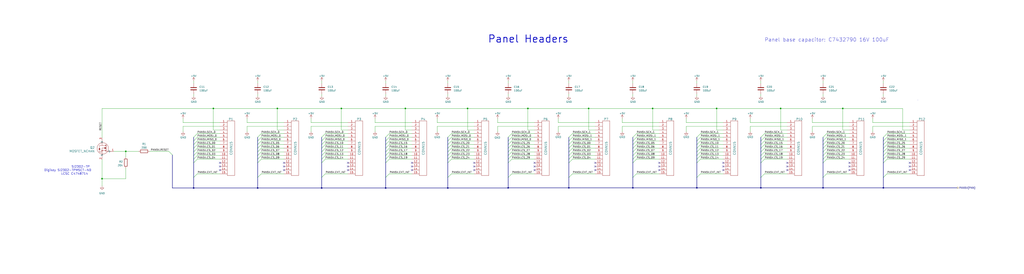
<source format=kicad_sch>
(kicad_sch (version 20230121) (generator eeschema)
  (paper "User" 711.2 190.5)
  (lib_symbols
    (symbol "Device:C" (pin_numbers hide) (pin_names (offset 0.254))
      (property "Reference" "C" (at 0.635 2.54 0))
      (property "Value" "C" (at 0.635 -2.54 0))
      (symbol "C_0_1"
        (polyline (pts (xy -2.032 -0.762) (xy 2.032 -0.762)) (stroke (width 0.508)))
        (polyline (pts (xy -2.032 0.762) (xy 2.032 0.762)) (stroke (width 0.508)))
      )
      (symbol "C_1_1"
        (pin passive line (at 0 3.81 270) (length 2.794) (name "~") (number "1"))
        (pin passive line (at 0 -3.81 90) (length 2.794) (name "~") (number "2"))
      )
    )
    (symbol "Device:R" (pin_numbers hide) (pin_names (offset 0))
      (property "Reference" "R" (at 2.032 0 90))
      (property "Value" "R" (at 0 0 90))
      (symbol "R_0_1"
        (rectangle (start -1.016 -2.54) (end 1.016 2.54) (stroke (width 0.254)))
      )
      (symbol "R_1_1"
        (pin passive line (at 0 3.81 270) (length 1.27) (name "~") (number "1"))
        (pin passive line (at 0 -3.81 90) (length 1.27) (name "~") (number "2"))
      )
    )
    (symbol "arena_custom:CONN15" (pin_names (offset 1.016))
      (property "Reference" "P" (at -17.78 6.35 0))
      (property "Value" "CONN15" (at 13.97 6.35 0))
      (symbol "CONN15_0_1"
        (rectangle (start -19.05 5.08) (end 19.05 0))
      )
      (symbol "CONN15_1_1"
        (pin passive line (at -17.78 -5.08 90) (length 5.08) (name "~") (number "1"))
        (pin passive line (at 5.08 -5.08 90) (length 5.08) (name "~") (number "10"))
        (pin passive line (at 7.62 -5.08 90) (length 5.08) (name "~") (number "11"))
        (pin passive line (at 10.16 -5.08 90) (length 5.08) (name "~") (number "12"))
        (pin passive line (at 12.7 -5.08 90) (length 5.08) (name "~") (number "13"))
        (pin passive line (at 15.24 -5.08 90) (length 5.08) (name "~") (number "14"))
        (pin passive line (at 17.78 -5.08 90) (length 5.08) (name "~") (number "15"))
        (pin passive line (at -15.24 -5.08 90) (length 5.08) (name "~") (number "2"))
        (pin passive line (at -12.7 -5.08 90) (length 5.08) (name "~") (number "3"))
        (pin passive line (at -10.16 -5.08 90) (length 5.08) (name "~") (number "4"))
        (pin passive line (at -7.62 -5.08 90) (length 5.08) (name "~") (number "5"))
        (pin passive line (at -5.08 -5.08 90) (length 5.08) (name "~") (number "6"))
        (pin passive line (at -2.54 -5.08 90) (length 5.08) (name "~") (number "7"))
        (pin passive line (at 0 -5.08 90) (length 5.08) (name "~") (number "8"))
        (pin passive line (at 2.54 -5.08 90) (length 5.08) (name "~") (number "9"))
      )
    )
    (symbol "arena_custom:MOSFET_NCHAN" (pin_names (offset 1.016))
      (property "Reference" "Q" (at -4.826 6.35 0))
      (property "Value" "MOSFET_NCHAN" (at 0.381 -7.62 0))
      (symbol "MOSFET_NCHAN_0_1"
        (circle (center -0.508 2.032) (radius 3.9624))
        (polyline (pts (xy -6.858 0) (xy -5.842 0)))
        (polyline (pts (xy -2.54 0) (xy -2.54 1.016)) (stroke (width 0.254)))
        (polyline (pts (xy -2.54 1.778) (xy -2.54 2.794)) (stroke (width 0.254)))
        (polyline (pts (xy -2.54 3.556) (xy -2.54 4.572)) (stroke (width 0.254)))
        (polyline (pts (xy -0.254 4.064) (xy -2.54 4.064)))
        (polyline (pts (xy 0 -4.318) (xy 0 -1.524)))
        (polyline (pts (xy 0 0.508) (xy 0 -1.524)))
        (polyline (pts (xy 0 8.255) (xy 0 4.064)))
        (polyline (pts (xy 1.27 2.032) (xy 2.286 2.032)))
        (polyline (pts (xy -6.096 0) (xy -3.048 0) (xy -3.048 4.572)))
        (polyline (pts (xy -2.54 0.508) (xy 0 0.508) (xy 0 2.286) (xy -1.778 2.286)))
        (polyline (pts (xy -2.54 2.286) (xy -1.778 2.794) (xy -1.778 1.778) (xy -2.54 2.286)) (fill (type outline)))
        (polyline (pts (xy 0 -0.508) (xy 1.778 -0.508) (xy 1.778 4.064) (xy -0.254 4.064)))
        (polyline (pts (xy 1.778 2.032) (xy 1.27 1.27) (xy 2.286 1.27) (xy 1.778 2.032)) (fill (type outline)))
        (circle (center 0 0.508) (radius 0.254) (fill (type outline)))
      )
      (symbol "MOSFET_NCHAN_1_1"
        (pin input line (at -8.128 0 0) (length 1.27) (name "G") (number "1"))
        (pin input line (at 0 -5.588 90) (length 1.27) (name "S") (number "2"))
        (pin input line (at 0 9.525 270) (length 1.27) (name "D") (number "3"))
      )
    )
    (symbol "power:+5V" (power) (pin_names (offset 0))
      (property "Value" "+5V" (at 0 3.556 0))
      (symbol "+5V_0_1"
        (polyline (pts (xy -0.762 1.27) (xy 0 2.54)))
        (polyline (pts (xy 0 0) (xy 0 2.54)))
        (polyline (pts (xy 0 2.54) (xy 0.762 1.27)))
      )
      (symbol "+5V_1_1"
        (pin power_in line (at 0 0 90) (length 0) hide (name "+5V") (number "1"))
      )
    )
    (symbol "power:GND" (power) (pin_names (offset 0))
      (property "Value" "GND" (at 0 -3.81 0))
      (symbol "GND_0_1"
        (polyline (pts (xy 0 0) (xy 0 -1.27) (xy 1.27 -1.27) (xy 0 -2.54) (xy -1.27 -1.27) (xy 0 -1.27)))
      )
      (symbol "GND_1_1"
        (pin power_in line (at 0 0 270) (length 0) hide (name "GND") (number "1"))
      )
    )
  )
  (bus_alias "PAN" (members "RESET" "SCK_0" "MOSI_0" "MISO_0" "SCK_1" "MOSI_1" "MISO_1" "CS_00" "CS_01" "CS_02" "CS_03" "CS_04" "CS_05" "CS_06" "CS_07" "CS_08" "CS_09" "CS_10" "CS_11" "CS_12" "CS_13" "CS_14" "CS_15" "CS_16" "CS_17" "CS_18" "CS_19" "CS_20" "CS_21" "CS_22" "CS_23" "CS_24" "CS_25" "CS_26" "CS_27" "CS_28" "CS_29" "EXT_INT"))
  (junction (at 439.547 130.683))
  (junction (at 324.739 75.438))
  (junction (at 483.997 130.683))
  (junction (at 395.097 130.683))
  (junction (at 70.866 124.333))
  (junction (at 223.393 130.81))
  (junction (at 571.627 130.683))
  (junction (at 148.209 75.438))
  (junction (at 87.376 105.283))
  (junction (at 528.447 130.683))
  (junction (at 192.659 75.438))
  (junction (at 453.263 75.438))
  (junction (at 178.943 130.81))
  (junction (at 585.343 75.438))
  (junction (at 281.559 75.438))
  (junction (at 497.713 75.438))
  (junction (at 352.933 130.683))
  (junction (at 542.163 75.438))
  (junction (at 134.493 130.81))
  (junction (at 366.649 75.438))
  (junction (at 237.109 75.438))
  (junction (at 613.537 130.683))
  (junction (at 408.813 75.438))
  (junction (at 267.843 130.81))
  (junction (at 311.023 130.81))
  (no_connect (at 152.781 115.824))
  (no_connect (at 631.825 118.364))
  (no_connect (at 589.915 113.284))
  (no_connect (at 631.825 113.284))
  (no_connect (at 329.311 118.364))
  (no_connect (at 502.285 118.364))
  (no_connect (at 589.915 118.364))
  (no_connect (at 329.311 115.824))
  (no_connect (at 413.385 113.284))
  (no_connect (at 457.835 118.364))
  (no_connect (at 197.231 115.824))
  (no_connect (at 241.681 118.364))
  (no_connect (at 546.735 118.364))
  (no_connect (at 589.915 115.824))
  (no_connect (at 152.781 118.364))
  (no_connect (at 371.221 113.284))
  (no_connect (at 457.835 115.824))
  (no_connect (at 197.231 113.284))
  (no_connect (at 241.681 113.284))
  (no_connect (at 546.735 115.824))
  (no_connect (at 371.221 115.824))
  (no_connect (at 631.825 115.824))
  (no_connect (at 502.285 113.284))
  (no_connect (at 502.285 115.824))
  (no_connect (at 241.681 115.824))
  (no_connect (at 457.835 113.284))
  (no_connect (at 286.131 115.824))
  (no_connect (at 546.735 113.284))
  (no_connect (at 413.385 115.824))
  (no_connect (at 413.385 118.364))
  (no_connect (at 152.781 113.284))
  (no_connect (at 197.231 118.364))
  (no_connect (at 286.131 118.364))
  (no_connect (at 371.221 118.364))
  (no_connect (at 286.131 113.284))
  (no_connect (at 329.311 113.284))
  (bus_entry (at 571.627 103.124) (size 2.54 -2.54))
  (bus_entry (at 395.097 98.044) (size 2.54 -2.54))
  (bus_entry (at 311.023 95.504) (size 2.54 -2.54))
  (bus_entry (at 613.537 100.584) (size 2.54 -2.54))
  (bus_entry (at 483.997 113.284) (size 2.54 -2.54))
  (bus_entry (at 613.537 103.124) (size 2.54 -2.54))
  (bus_entry (at 352.933 105.664) (size 2.54 -2.54))
  (bus_entry (at 178.943 100.584) (size 2.54 -2.54))
  (bus_entry (at 267.843 113.284) (size 2.54 -2.54))
  (bus_entry (at 528.447 110.744) (size 2.54 -2.54))
  (bus_entry (at 134.493 100.584) (size 2.54 -2.54))
  (bus_entry (at 223.393 105.664) (size 2.54 -2.54))
  (bus_entry (at 223.393 113.284) (size 2.54 -2.54))
  (bus_entry (at 571.627 123.444) (size 2.54 -2.54))
  (bus_entry (at 134.493 95.504) (size 2.54 -2.54))
  (bus_entry (at 483.997 105.664) (size 2.54 -2.54))
  (bus_entry (at 613.537 95.504) (size 2.54 -2.54))
  (bus_entry (at 178.943 108.204) (size 2.54 -2.54))
  (bus_entry (at 528.447 98.044) (size 2.54 -2.54))
  (bus_entry (at 267.843 105.664) (size 2.54 -2.54))
  (bus_entry (at 178.943 110.744) (size 2.54 -2.54))
  (bus_entry (at 483.997 95.504) (size 2.54 -2.54))
  (bus_entry (at 439.547 113.284) (size 2.54 -2.54))
  (bus_entry (at 352.933 95.504) (size 2.54 -2.54))
  (bus_entry (at 352.933 100.584) (size 2.54 -2.54))
  (bus_entry (at 352.933 108.204) (size 2.54 -2.54))
  (bus_entry (at 395.097 103.124) (size 2.54 -2.54))
  (bus_entry (at 439.547 100.584) (size 2.54 -2.54))
  (bus_entry (at 223.393 95.504) (size 2.54 -2.54))
  (bus_entry (at 311.023 108.204) (size 2.54 -2.54))
  (bus_entry (at 134.493 110.744) (size 2.54 -2.54))
  (bus_entry (at 178.943 113.284) (size 2.54 -2.54))
  (bus_entry (at 483.997 100.584) (size 2.54 -2.54))
  (bus_entry (at 223.393 108.204) (size 2.54 -2.54))
  (bus_entry (at 395.097 110.744) (size 2.54 -2.54))
  (bus_entry (at 352.933 123.444) (size 2.54 -2.54))
  (bus_entry (at 571.627 110.744) (size 2.54 -2.54))
  (bus_entry (at 267.843 95.504) (size 2.54 -2.54))
  (bus_entry (at 223.393 103.124) (size 2.54 -2.54))
  (bus_entry (at 395.097 113.284) (size 2.54 -2.54))
  (bus_entry (at 483.997 110.744) (size 2.54 -2.54))
  (bus_entry (at 395.097 108.204) (size 2.54 -2.54))
  (bus_entry (at 178.943 123.444) (size 2.54 -2.54))
  (bus_entry (at 223.393 100.584) (size 2.54 -2.54))
  (bus_entry (at 119.761 107.823) (size -2.54 -2.54))
  (bus_entry (at 483.997 123.444) (size 2.54 -2.54))
  (bus_entry (at 571.627 98.044) (size 2.54 -2.54))
  (bus_entry (at 311.023 110.744) (size 2.54 -2.54))
  (bus_entry (at 311.023 123.444) (size 2.54 -2.54))
  (bus_entry (at 352.933 98.044) (size 2.54 -2.54))
  (bus_entry (at 439.547 108.204) (size 2.54 -2.54))
  (bus_entry (at 267.843 108.204) (size 2.54 -2.54))
  (bus_entry (at 352.933 113.284) (size 2.54 -2.54))
  (bus_entry (at 613.537 98.044) (size 2.54 -2.54))
  (bus_entry (at 223.393 110.744) (size 2.54 -2.54))
  (bus_entry (at 613.537 123.444) (size 2.54 -2.54))
  (bus_entry (at 439.547 95.504) (size 2.54 -2.54))
  (bus_entry (at 483.997 98.044) (size 2.54 -2.54))
  (bus_entry (at 134.493 98.044) (size 2.54 -2.54))
  (bus_entry (at 311.023 113.284) (size 2.54 -2.54))
  (bus_entry (at 267.843 100.584) (size 2.54 -2.54))
  (bus_entry (at 528.447 108.204) (size 2.54 -2.54))
  (bus_entry (at 134.493 105.664) (size 2.54 -2.54))
  (bus_entry (at 352.933 110.744) (size 2.54 -2.54))
  (bus_entry (at 613.537 113.284) (size 2.54 -2.54))
  (bus_entry (at 352.933 103.124) (size 2.54 -2.54))
  (bus_entry (at 439.547 103.124) (size 2.54 -2.54))
  (bus_entry (at 571.627 113.284) (size 2.54 -2.54))
  (bus_entry (at 528.447 113.284) (size 2.54 -2.54))
  (bus_entry (at 571.627 105.664) (size 2.54 -2.54))
  (bus_entry (at 178.943 98.044) (size 2.54 -2.54))
  (bus_entry (at 483.997 108.204) (size 2.54 -2.54))
  (bus_entry (at 178.943 105.664) (size 2.54 -2.54))
  (bus_entry (at 395.097 123.444) (size 2.54 -2.54))
  (bus_entry (at 267.843 103.124) (size 2.54 -2.54))
  (bus_entry (at 267.843 110.744) (size 2.54 -2.54))
  (bus_entry (at 528.447 103.124) (size 2.54 -2.54))
  (bus_entry (at 134.493 103.124) (size 2.54 -2.54))
  (bus_entry (at 223.393 123.444) (size 2.54 -2.54))
  (bus_entry (at 311.023 105.664) (size 2.54 -2.54))
  (bus_entry (at 483.997 103.124) (size 2.54 -2.54))
  (bus_entry (at 571.627 108.204) (size 2.54 -2.54))
  (bus_entry (at 613.537 110.744) (size 2.54 -2.54))
  (bus_entry (at 134.493 113.284) (size 2.54 -2.54))
  (bus_entry (at 134.493 108.204) (size 2.54 -2.54))
  (bus_entry (at 439.547 105.664) (size 2.54 -2.54))
  (bus_entry (at 178.943 103.124) (size 2.54 -2.54))
  (bus_entry (at 439.547 98.044) (size 2.54 -2.54))
  (bus_entry (at 571.627 95.504) (size 2.54 -2.54))
  (bus_entry (at 267.843 123.444) (size 2.54 -2.54))
  (bus_entry (at 223.393 98.044) (size 2.54 -2.54))
  (bus_entry (at 528.447 123.444) (size 2.54 -2.54))
  (bus_entry (at 311.023 100.584) (size 2.54 -2.54))
  (bus_entry (at 134.493 123.444) (size 2.54 -2.54))
  (bus_entry (at 395.097 100.584) (size 2.54 -2.54))
  (bus_entry (at 528.447 95.504) (size 2.54 -2.54))
  (bus_entry (at 395.097 95.504) (size 2.54 -2.54))
  (bus_entry (at 439.547 110.744) (size 2.54 -2.54))
  (bus_entry (at 613.537 108.204) (size 2.54 -2.54))
  (bus_entry (at 528.447 105.664) (size 2.54 -2.54))
  (bus_entry (at 311.023 98.044) (size 2.54 -2.54))
  (bus_entry (at 613.537 105.664) (size 2.54 -2.54))
  (bus_entry (at 267.843 98.044) (size 2.54 -2.54))
  (bus_entry (at 178.943 95.504) (size 2.54 -2.54))
  (bus_entry (at 439.547 123.444) (size 2.54 -2.54))
  (bus_entry (at 395.097 105.664) (size 2.54 -2.54))
  (bus_entry (at 571.627 100.584) (size 2.54 -2.54))
  (bus_entry (at 311.023 103.124) (size 2.54 -2.54))
  (bus_entry (at 528.447 100.584) (size 2.54 -2.54))
  (wire (pts (xy 192.659 90.424) (xy 192.659 75.438)))
  (wire (pts (xy 574.167 110.744) (xy 589.915 110.744)))
  (bus (pts (xy 267.843 130.81) (xy 311.023 130.81)))
  (bus (pts (xy 178.943 130.81) (xy 223.393 130.81)))
  (wire (pts (xy 313.563 108.204) (xy 329.311 108.204)))
  (bus (pts (xy 119.761 107.823) (xy 119.761 130.81)))
  (wire (pts (xy 606.171 87.884) (xy 631.825 87.884)))
  (wire (pts (xy 345.567 85.344) (xy 371.221 85.344)))
  (bus (pts (xy 267.843 130.81) (xy 267.843 123.444)))
  (wire (pts (xy 542.163 90.424) (xy 542.163 75.438)))
  (wire (pts (xy 564.261 87.884) (xy 564.261 91.694)))
  (wire (pts (xy 442.087 108.204) (xy 457.835 108.204)))
  (bus (pts (xy 134.493 98.044) (xy 134.493 100.584)))
  (wire (pts (xy 486.537 103.124) (xy 502.285 103.124)))
  (bus (pts (xy 439.547 103.124) (xy 439.547 105.664)))
  (bus (pts (xy 483.997 103.124) (xy 483.997 105.664)))
  (wire (pts (xy 117.221 105.283) (xy 103.886 105.283)))
  (bus (pts (xy 223.393 105.664) (xy 223.393 108.204)))
  (wire (pts (xy 216.027 82.423) (xy 216.027 85.344)))
  (bus (pts (xy 613.537 100.584) (xy 613.537 103.124)))
  (bus (pts (xy 178.943 110.744) (xy 178.943 113.284)))
  (bus (pts (xy 483.997 95.504) (xy 483.997 98.044)))
  (wire (pts (xy 270.383 110.744) (xy 286.131 110.744)))
  (bus (pts (xy 571.627 100.584) (xy 571.627 103.124)))
  (bus (pts (xy 134.493 110.744) (xy 134.493 113.284)))
  (bus (pts (xy 571.627 123.444) (xy 571.627 113.284)))
  (wire (pts (xy 442.087 98.044) (xy 457.835 98.044)))
  (bus (pts (xy 311.023 98.044) (xy 311.023 100.584)))
  (bus (pts (xy 395.097 123.444) (xy 395.097 130.683)))
  (wire (pts (xy 303.657 87.884) (xy 303.657 91.694)))
  (bus (pts (xy 395.097 113.284) (xy 395.097 123.444)))
  (wire (pts (xy 260.477 87.884) (xy 260.477 91.694)))
  (bus (pts (xy 528.447 108.204) (xy 528.447 110.744)))
  (wire (pts (xy 486.537 92.964) (xy 502.285 92.964)))
  (bus (pts (xy 352.933 95.504) (xy 352.933 98.044)))
  (bus (pts (xy 223.393 130.81) (xy 223.393 123.444)))
  (wire (pts (xy 574.167 95.504) (xy 589.915 95.504)))
  (wire (pts (xy 137.033 110.744) (xy 152.781 110.744)))
  (bus (pts (xy 528.447 123.444) (xy 528.447 113.284)))
  (bus (pts (xy 528.447 98.044) (xy 528.447 100.584)))
  (wire (pts (xy 313.563 120.904) (xy 329.311 120.904)))
  (wire (pts (xy 313.563 105.664) (xy 329.311 105.664)))
  (wire (pts (xy 486.537 95.504) (xy 502.285 95.504)))
  (wire (pts (xy 70.866 124.333) (xy 70.866 129.413)))
  (bus (pts (xy 267.843 108.204) (xy 267.843 110.744)))
  (wire (pts (xy 371.221 90.424) (xy 366.649 90.424)))
  (bus (pts (xy 395.097 103.124) (xy 395.097 105.664)))
  (wire (pts (xy 286.131 90.424) (xy 281.559 90.424)))
  (bus (pts (xy 439.547 95.504) (xy 439.547 98.044)))
  (wire (pts (xy 216.027 85.344) (xy 241.681 85.344)))
  (wire (pts (xy 137.033 95.504) (xy 152.781 95.504)))
  (wire (pts (xy 453.263 90.424) (xy 453.263 75.438)))
  (wire (pts (xy 225.933 92.964) (xy 241.681 92.964)))
  (bus (pts (xy 352.933 130.683) (xy 395.097 130.683)))
  (wire (pts (xy 270.383 108.204) (xy 286.131 108.204)))
  (wire (pts (xy 303.657 85.344) (xy 329.311 85.344)))
  (bus (pts (xy 311.023 105.664) (xy 311.023 108.204)))
  (wire (pts (xy 355.473 105.664) (xy 371.221 105.664)))
  (wire (pts (xy 397.637 108.204) (xy 413.385 108.204)))
  (wire (pts (xy 303.657 82.423) (xy 303.657 85.344)))
  (bus (pts (xy 483.997 130.683) (xy 528.447 130.683)))
  (wire (pts (xy 616.077 108.204) (xy 631.825 108.204)))
  (wire (pts (xy 137.033 92.964) (xy 152.781 92.964)))
  (wire (pts (xy 223.52 56.388) (xy 223.52 57.912)))
  (bus (pts (xy 178.943 113.284) (xy 178.943 123.444)))
  (wire (pts (xy 324.739 75.438) (xy 366.649 75.438)))
  (wire (pts (xy 345.567 87.884) (xy 371.221 87.884)))
  (bus (pts (xy 439.547 130.683) (xy 483.997 130.683)))
  (wire (pts (xy 616.077 92.964) (xy 631.825 92.964)))
  (wire (pts (xy 571.627 56.388) (xy 571.627 57.912)))
  (wire (pts (xy 476.631 82.423) (xy 476.631 85.344)))
  (wire (pts (xy 530.987 100.584) (xy 546.735 100.584)))
  (wire (pts (xy 442.087 95.504) (xy 457.835 95.504)))
  (wire (pts (xy 181.483 108.204) (xy 197.231 108.204)))
  (wire (pts (xy 137.033 105.664) (xy 152.781 105.664)))
  (wire (pts (xy 530.987 92.964) (xy 546.735 92.964)))
  (bus (pts (xy 267.843 100.584) (xy 267.843 103.124)))
  (wire (pts (xy 134.493 65.532) (xy 134.493 66.929)))
  (wire (pts (xy 397.637 100.584) (xy 413.385 100.584)))
  (wire (pts (xy 476.631 87.884) (xy 476.631 91.694)))
  (wire (pts (xy 345.567 82.423) (xy 345.567 85.344)))
  (bus (pts (xy 311.023 123.444) (xy 311.023 113.284)))
  (wire (pts (xy 192.659 75.438) (xy 237.109 75.438)))
  (wire (pts (xy 260.477 85.344) (xy 286.131 85.344)))
  (bus (pts (xy 223.393 100.584) (xy 223.393 103.124)))
  (bus (pts (xy 395.097 110.744) (xy 395.097 113.284)))
  (wire (pts (xy 281.559 90.424) (xy 281.559 75.438)))
  (wire (pts (xy 137.033 98.044) (xy 152.781 98.044)))
  (wire (pts (xy 530.987 95.504) (xy 546.735 95.504)))
  (bus (pts (xy 613.537 130.683) (xy 664.591 130.683)))
  (wire (pts (xy 181.483 110.744) (xy 197.231 110.744)))
  (wire (pts (xy 171.577 82.423) (xy 171.577 85.344)))
  (bus (pts (xy 528.447 123.444) (xy 528.447 130.683)))
  (wire (pts (xy 486.537 108.204) (xy 502.285 108.204)))
  (wire (pts (xy 453.263 75.438) (xy 497.713 75.438)))
  (bus (pts (xy 439.547 113.284) (xy 439.547 123.444)))
  (bus (pts (xy 352.933 105.664) (xy 352.933 108.204)))
  (wire (pts (xy 530.987 98.044) (xy 546.735 98.044)))
  (wire (pts (xy 574.167 108.204) (xy 589.915 108.204)))
  (wire (pts (xy 387.731 82.423) (xy 387.731 85.344)))
  (bus (pts (xy 395.097 100.584) (xy 395.097 103.124)))
  (bus (pts (xy 395.097 105.664) (xy 395.097 108.204)))
  (wire (pts (xy 216.027 87.884) (xy 241.681 87.884)))
  (wire (pts (xy 237.109 90.424) (xy 237.109 75.438)))
  (wire (pts (xy 355.473 110.744) (xy 371.221 110.744)))
  (wire (pts (xy 352.933 65.532) (xy 352.933 66.929)))
  (wire (pts (xy 137.033 100.584) (xy 152.781 100.584)))
  (wire (pts (xy 355.473 98.044) (xy 371.221 98.044)))
  (wire (pts (xy 181.483 100.584) (xy 197.231 100.584)))
  (wire (pts (xy 134.493 56.388) (xy 134.493 57.912)))
  (wire (pts (xy 574.167 98.044) (xy 589.915 98.044)))
  (wire (pts (xy 546.735 90.424) (xy 542.163 90.424)))
  (bus (pts (xy 223.393 110.744) (xy 223.393 113.284)))
  (wire (pts (xy 313.563 98.044) (xy 329.311 98.044)))
  (bus (pts (xy 613.537 123.444) (xy 613.537 130.683)))
  (bus (pts (xy 528.447 105.664) (xy 528.447 108.204)))
  (bus (pts (xy 178.943 105.664) (xy 178.943 108.204)))
  (bus (pts (xy 395.097 98.044) (xy 395.097 100.584)))
  (bus (pts (xy 352.933 123.444) (xy 352.933 113.284)))
  (polyline (pts (xy 637.54 69.596) (xy 637.54 69.723)))
  (bus (pts (xy 223.393 95.504) (xy 223.393 98.044)))
  (wire (pts (xy 528.447 65.532) (xy 528.447 66.929)))
  (bus (pts (xy 613.537 95.504) (xy 613.537 98.044)))
  (bus (pts (xy 134.493 103.124) (xy 134.493 105.664)))
  (bus (pts (xy 528.447 100.584) (xy 528.447 103.124)))
  (wire (pts (xy 574.167 100.584) (xy 589.915 100.584)))
  (bus (pts (xy 223.393 123.444) (xy 223.393 113.284)))
  (wire (pts (xy 571.627 65.532) (xy 571.627 66.929)))
  (wire (pts (xy 225.933 98.044) (xy 241.681 98.044)))
  (bus (pts (xy 134.493 108.204) (xy 134.493 110.744)))
  (wire (pts (xy 585.343 75.438) (xy 626.872 75.438)))
  (wire (pts (xy 486.537 120.904) (xy 502.285 120.904)))
  (bus (pts (xy 483.997 113.284) (xy 483.997 123.444)))
  (wire (pts (xy 613.537 56.388) (xy 613.537 57.912)))
  (wire (pts (xy 270.383 103.124) (xy 286.131 103.124)))
  (bus (pts (xy 395.097 95.504) (xy 395.097 98.044)))
  (wire (pts (xy 616.077 98.044) (xy 631.825 98.044)))
  (bus (pts (xy 613.537 123.444) (xy 613.537 113.284)))
  (wire (pts (xy 457.835 90.424) (xy 453.263 90.424)))
  (bus (pts (xy 352.933 100.584) (xy 352.933 103.124)))
  (wire (pts (xy 352.933 56.388) (xy 352.933 57.912)))
  (bus (pts (xy 571.627 103.124) (xy 571.627 105.664)))
  (wire (pts (xy 432.181 87.884) (xy 457.835 87.884)))
  (wire (pts (xy 521.081 82.423) (xy 521.081 85.344)))
  (wire (pts (xy 387.731 85.344) (xy 413.385 85.344)))
  (wire (pts (xy 313.563 95.504) (xy 329.311 95.504)))
  (bus (pts (xy 267.843 123.444) (xy 267.843 113.284)))
  (wire (pts (xy 127.127 85.344) (xy 152.781 85.344)))
  (wire (pts (xy 87.376 105.283) (xy 78.994 105.283)))
  (bus (pts (xy 352.933 130.81) (xy 352.933 130.683)))
  (wire (pts (xy 137.033 120.904) (xy 152.781 120.904)))
  (bus (pts (xy 134.493 123.444) (xy 134.493 130.81)))
  (bus (pts (xy 352.933 108.204) (xy 352.933 110.744)))
  (wire (pts (xy 486.537 100.584) (xy 502.285 100.584)))
  (wire (pts (xy 260.477 87.884) (xy 286.131 87.884)))
  (wire (pts (xy 137.033 103.124) (xy 152.781 103.124)))
  (wire (pts (xy 241.681 90.424) (xy 237.109 90.424)))
  (wire (pts (xy 574.167 105.664) (xy 589.915 105.664)))
  (wire (pts (xy 181.483 120.904) (xy 197.231 120.904)))
  (bus (pts (xy 352.933 98.044) (xy 352.933 100.584)))
  (wire (pts (xy 542.163 75.438) (xy 585.343 75.438)))
  (bus (pts (xy 352.933 103.124) (xy 352.933 105.664)))
  (wire (pts (xy 486.537 110.744) (xy 502.285 110.744)))
  (bus (pts (xy 267.843 105.664) (xy 267.843 108.204)))
  (bus (pts (xy 178.943 108.204) (xy 178.943 110.744)))
  (bus (pts (xy 134.493 100.584) (xy 134.493 103.124)))
  (wire (pts (xy 366.649 90.424) (xy 366.649 75.438)))
  (wire (pts (xy 355.473 100.584) (xy 371.221 100.584)))
  (bus (pts (xy 311.023 108.204) (xy 311.023 110.744)))
  (wire (pts (xy 616.077 95.504) (xy 631.825 95.504)))
  (wire (pts (xy 476.631 87.884) (xy 502.285 87.884)))
  (bus (pts (xy 528.447 103.124) (xy 528.447 105.664)))
  (wire (pts (xy 355.473 103.124) (xy 371.221 103.124)))
  (wire (pts (xy 70.866 110.871) (xy 70.866 124.333)))
  (wire (pts (xy 589.915 90.424) (xy 585.343 90.424)))
  (wire (pts (xy 442.087 92.964) (xy 457.835 92.964)))
  (wire (pts (xy 528.447 56.388) (xy 528.447 57.912)))
  (bus (pts (xy 439.547 110.744) (xy 439.547 113.284)))
  (bus (pts (xy 528.447 110.744) (xy 528.447 113.284)))
  (wire (pts (xy 564.261 85.344) (xy 589.915 85.344)))
  (wire (pts (xy 521.081 85.344) (xy 546.735 85.344)))
  (wire (pts (xy 171.577 87.884) (xy 197.231 87.884)))
  (wire (pts (xy 616.077 105.664) (xy 631.825 105.664)))
  (wire (pts (xy 408.813 75.438) (xy 453.263 75.438)))
  (bus (pts (xy 439.547 98.044) (xy 439.547 100.584)))
  (bus (pts (xy 134.493 130.81) (xy 178.943 130.81)))
  (wire (pts (xy 313.563 100.584) (xy 329.311 100.584)))
  (wire (pts (xy 574.167 92.964) (xy 589.915 92.964)))
  (wire (pts (xy 397.637 95.504) (xy 413.385 95.504)))
  (wire (pts (xy 606.171 87.884) (xy 606.171 91.694)))
  (wire (pts (xy 521.081 87.884) (xy 521.081 91.694)))
  (wire (pts (xy 270.383 105.664) (xy 286.131 105.664)))
  (wire (pts (xy 223.52 65.532) (xy 223.52 66.929)))
  (wire (pts (xy 521.081 87.884) (xy 546.735 87.884)))
  (bus (pts (xy 178.943 100.584) (xy 178.943 103.124)))
  (wire (pts (xy 616.077 103.124) (xy 631.825 103.124)))
  (bus (pts (xy 528.447 130.683) (xy 571.627 130.683)))
  (wire (pts (xy 181.483 92.964) (xy 197.231 92.964)))
  (wire (pts (xy 311.023 56.388) (xy 311.023 57.912)))
  (wire (pts (xy 616.077 110.744) (xy 631.825 110.744)))
  (wire (pts (xy 329.311 90.424) (xy 324.739 90.424)))
  (wire (pts (xy 237.109 75.438) (xy 281.559 75.438)))
  (bus (pts (xy 483.997 110.744) (xy 483.997 113.284)))
  (wire (pts (xy 476.631 85.344) (xy 502.285 85.344)))
  (wire (pts (xy 281.559 75.438) (xy 324.739 75.438)))
  (wire (pts (xy 530.987 103.124) (xy 546.735 103.124)))
  (wire (pts (xy 225.933 110.744) (xy 241.681 110.744)))
  (wire (pts (xy 197.231 90.424) (xy 192.659 90.424)))
  (bus (pts (xy 483.997 105.664) (xy 483.997 108.204)))
  (wire (pts (xy 260.477 82.423) (xy 260.477 85.344)))
  (bus (pts (xy 613.537 98.044) (xy 613.537 100.584)))
  (wire (pts (xy 502.285 90.424) (xy 497.713 90.424)))
  (wire (pts (xy 397.637 103.124) (xy 413.385 103.124)))
  (wire (pts (xy 387.731 87.884) (xy 387.731 91.694)))
  (wire (pts (xy 564.261 87.884) (xy 589.915 87.884)))
  (bus (pts (xy 134.493 113.284) (xy 134.493 123.444)))
  (wire (pts (xy 225.933 105.664) (xy 241.681 105.664)))
  (bus (pts (xy 134.493 95.504) (xy 134.493 98.044)))
  (bus (pts (xy 571.627 110.744) (xy 571.627 113.284)))
  (bus (pts (xy 119.761 130.81) (xy 134.493 130.81)))
  (wire (pts (xy 70.866 75.438) (xy 70.866 95.758)))
  (wire (pts (xy 442.087 103.124) (xy 457.835 103.124)))
  (wire (pts (xy 366.649 75.438) (xy 408.813 75.438)))
  (wire (pts (xy 70.866 75.438) (xy 148.209 75.438)))
  (wire (pts (xy 432.181 85.344) (xy 457.835 85.344)))
  (bus (pts (xy 439.547 105.664) (xy 439.547 108.204)))
  (bus (pts (xy 223.393 130.81) (xy 267.843 130.81)))
  (wire (pts (xy 486.537 105.664) (xy 502.285 105.664)))
  (wire (pts (xy 181.483 103.124) (xy 197.231 103.124)))
  (wire (pts (xy 530.987 120.904) (xy 546.735 120.904)))
  (wire (pts (xy 270.383 100.584) (xy 286.131 100.584)))
  (wire (pts (xy 606.171 85.344) (xy 631.825 85.344)))
  (wire (pts (xy 483.997 65.532) (xy 483.997 66.929)))
  (wire (pts (xy 270.383 95.504) (xy 286.131 95.504)))
  (wire (pts (xy 355.473 108.204) (xy 371.221 108.204)))
  (wire (pts (xy 270.383 120.904) (xy 286.131 120.904)))
  (bus (pts (xy 483.997 100.584) (xy 483.997 103.124)))
  (wire (pts (xy 530.987 108.204) (xy 546.735 108.204)))
  (wire (pts (xy 148.209 75.438) (xy 192.659 75.438)))
  (wire (pts (xy 178.943 56.388) (xy 178.943 57.912)))
  (bus (pts (xy 178.943 103.124) (xy 178.943 105.664)))
  (bus (pts (xy 395.097 108.204) (xy 395.097 110.744)))
  (wire (pts (xy 152.781 90.424) (xy 148.209 90.424)))
  (wire (pts (xy 585.343 90.424) (xy 585.343 75.438)))
  (wire (pts (xy 497.713 75.438) (xy 542.163 75.438)))
  (bus (pts (xy 267.843 103.124) (xy 267.843 105.664)))
  (bus (pts (xy 439.547 123.444) (xy 439.547 130.683)))
  (wire (pts (xy 225.933 103.124) (xy 241.681 103.124)))
  (wire (pts (xy 225.933 120.904) (xy 241.681 120.904)))
  (wire (pts (xy 96.266 105.283) (xy 87.376 105.283)))
  (wire (pts (xy 483.997 56.388) (xy 483.997 57.912)))
  (bus (pts (xy 223.393 103.124) (xy 223.393 105.664)))
  (bus (pts (xy 528.447 95.504) (xy 528.447 98.044)))
  (wire (pts (xy 225.933 108.204) (xy 241.681 108.204)))
  (wire (pts (xy 432.181 87.884) (xy 432.181 91.694)))
  (bus (pts (xy 439.547 108.204) (xy 439.547 110.744)))
  (bus (pts (xy 483.997 123.444) (xy 483.997 130.683)))
  (wire (pts (xy 397.637 98.044) (xy 413.385 98.044)))
  (wire (pts (xy 345.567 87.884) (xy 345.567 91.694)))
  (wire (pts (xy 267.843 56.388) (xy 267.843 57.912)))
  (wire (pts (xy 355.473 92.964) (xy 371.221 92.964)))
  (wire (pts (xy 216.027 87.884) (xy 216.027 91.694)))
  (bus (pts (xy 483.997 108.204) (xy 483.997 110.744)))
  (bus (pts (xy 267.843 95.504) (xy 267.843 98.044)))
  (wire (pts (xy 127.127 87.884) (xy 127.127 91.694)))
  (wire (pts (xy 397.637 120.904) (xy 413.385 120.904)))
  (wire (pts (xy 616.077 100.584) (xy 631.825 100.584)))
  (wire (pts (xy 148.209 90.424) (xy 148.209 75.438)))
  (bus (pts (xy 571.627 98.044) (xy 571.627 100.584)))
  (wire (pts (xy 442.087 120.904) (xy 457.835 120.904)))
  (bus (pts (xy 311.023 110.744) (xy 311.023 113.284)))
  (wire (pts (xy 564.261 82.423) (xy 564.261 85.344)))
  (bus (pts (xy 571.627 130.683) (xy 613.537 130.683)))
  (wire (pts (xy 486.537 98.044) (xy 502.285 98.044)))
  (bus (pts (xy 267.843 98.044) (xy 267.843 100.584)))
  (bus (pts (xy 134.493 105.664) (xy 134.493 108.204)))
  (wire (pts (xy 225.933 95.504) (xy 241.681 95.504)))
  (wire (pts (xy 397.637 110.744) (xy 413.385 110.744)))
  (bus (pts (xy 613.537 103.124) (xy 613.537 105.664)))
  (wire (pts (xy 127.127 87.884) (xy 152.781 87.884)))
  (bus (pts (xy 613.537 108.204) (xy 613.537 110.744)))
  (wire (pts (xy 442.087 105.664) (xy 457.835 105.664)))
  (wire (pts (xy 439.547 56.388) (xy 439.547 57.912)))
  (bus (pts (xy 613.537 110.744) (xy 613.537 113.284)))
  (bus (pts (xy 178.943 123.444) (xy 178.943 130.81)))
  (wire (pts (xy 432.181 82.423) (xy 432.181 85.344)))
  (wire (pts (xy 181.483 95.504) (xy 197.231 95.504)))
  (wire (pts (xy 171.577 87.884) (xy 171.577 91.694)))
  (wire (pts (xy 267.843 65.532) (xy 267.843 66.929)))
  (wire (pts (xy 626.872 90.424) (xy 631.825 90.424)))
  (bus (pts (xy 571.627 105.664) (xy 571.627 108.204)))
  (bus (pts (xy 311.023 103.124) (xy 311.023 105.664)))
  (wire (pts (xy 387.731 87.884) (xy 413.385 87.884)))
  (wire (pts (xy 324.739 90.424) (xy 324.739 75.438)))
  (wire (pts (xy 225.933 100.584) (xy 241.681 100.584)))
  (wire (pts (xy 311.023 65.532) (xy 311.023 66.929)))
  (wire (pts (xy 397.637 92.964) (xy 413.385 92.964)))
  (wire (pts (xy 270.383 92.964) (xy 286.131 92.964)))
  (wire (pts (xy 413.385 90.424) (xy 408.813 90.424)))
  (wire (pts (xy 442.087 110.744) (xy 457.835 110.744)))
  (wire (pts (xy 497.713 90.424) (xy 497.713 75.438)))
  (wire (pts (xy 87.376 124.333) (xy 70.866 124.333)))
  (wire (pts (xy 178.943 65.532) (xy 178.943 66.929)))
  (wire (pts (xy 137.033 108.204) (xy 152.781 108.204)))
  (bus (pts (xy 223.393 108.204) (xy 223.393 110.744)))
  (wire (pts (xy 439.547 65.532) (xy 439.547 66.929)))
  (bus (pts (xy 352.933 130.683) (xy 352.933 123.444)))
  (wire (pts (xy 313.563 110.744) (xy 329.311 110.744)))
  (wire (pts (xy 395.097 56.388) (xy 395.097 57.912)))
  (bus (pts (xy 483.997 98.044) (xy 483.997 100.584)))
  (wire (pts (xy 355.473 120.904) (xy 371.221 120.904)))
  (wire (pts (xy 606.171 82.423) (xy 606.171 85.344)))
  (bus (pts (xy 267.843 110.744) (xy 267.843 113.284)))
  (wire (pts (xy 171.577 85.344) (xy 197.231 85.344)))
  (bus (pts (xy 223.393 98.044) (xy 223.393 100.584)))
  (bus (pts (xy 439.547 130.683) (xy 402.971 130.683)))
  (bus (pts (xy 311.023 130.81) (xy 311.023 123.444)))
  (wire (pts (xy 181.483 98.044) (xy 197.231 98.044)))
  (bus (pts (xy 352.933 110.744) (xy 352.933 113.284)))
  (wire (pts (xy 303.657 87.884) (xy 329.311 87.884)))
  (wire (pts (xy 616.077 120.904) (xy 631.825 120.904)))
  (bus (pts (xy 178.943 98.044) (xy 178.943 100.584)))
  (wire (pts (xy 313.563 103.124) (xy 329.311 103.124)))
  (bus (pts (xy 571.627 108.204) (xy 571.627 110.744)))
  (wire (pts (xy 127.127 82.423) (xy 127.127 85.344)))
  (wire (pts (xy 408.813 90.424) (xy 408.813 75.438)))
  (wire (pts (xy 270.383 98.044) (xy 286.131 98.044)))
  (wire (pts (xy 87.376 116.967) (xy 87.376 124.333)))
  (wire (pts (xy 397.637 105.664) (xy 413.385 105.664)))
  (bus (pts (xy 311.023 95.504) (xy 311.023 98.044)))
  (bus (pts (xy 571.627 123.444) (xy 571.627 130.683)))
  (wire (pts (xy 395.097 65.532) (xy 395.097 66.929)))
  (wire (pts (xy 530.987 105.664) (xy 546.735 105.664)))
  (bus (pts (xy 178.943 95.504) (xy 178.943 98.044)))
  (wire (pts (xy 87.376 105.283) (xy 87.376 109.347)))
  (wire (pts (xy 355.473 95.504) (xy 371.221 95.504)))
  (wire (pts (xy 181.483 105.664) (xy 197.231 105.664)))
  (bus (pts (xy 439.547 100.584) (xy 439.547 103.124)))
  (wire (pts (xy 626.872 90.424) (xy 626.872 75.438)))
  (wire (pts (xy 530.987 110.744) (xy 546.735 110.744)))
  (wire (pts (xy 574.167 120.904) (xy 589.915 120.904)))
  (wire (pts (xy 613.537 65.532) (xy 613.537 66.929)))
  (bus (pts (xy 395.097 130.683) (xy 402.844 130.683)))
  (bus (pts (xy 613.537 105.664) (xy 613.537 108.204)))
  (wire (pts (xy 442.087 100.584) (xy 457.835 100.584)))
  (bus (pts (xy 311.023 100.584) (xy 311.023 103.124)))
  (bus (pts (xy 311.023 130.81) (xy 352.933 130.81)))
  (bus (pts (xy 571.627 95.504) (xy 571.627 98.044)))
  (wire (pts (xy 313.563 92.964) (xy 329.311 92.964)))
  (wire (pts (xy 574.167 103.124) (xy 589.915 103.124)))
  (text "Panel base capacitor: C7432790 16V 100uF" (at 530.987 29.337 0) (effects (font (size 2.54 2.54)) (justify left bottom)))
  (text "Panel Headers" (at 338.709 30.226 0) (effects (font (size 5.08 5.08) (thickness 0.508) bold) (justify left bottom)))
  (text "SI2302-TP \nDigikey SI2302-TPMSCT-ND\nLCSC C4748714  \n" (at 63.5 121.92 0) (effects (font (size 1.524 1.524)) (justify right bottom)))
  (label "PAN5V.CS_25" (at 616.077 100.584 0))
  (label "PAN5V.CS_25" (at 355.473 100.584 0))
  (label "PAN5V.CS_17" (at 270.383 105.664 0))
  (label "PAN5V.MOSI_0" (at 137.033 95.504 0))
  (label "PAN5V.CS_20" (at 313.563 100.584 0))
  (label "PAN5V.CS_06" (at 442.087 103.124 0))
  (label "PAN5V.EXT_INT" (at 270.51 120.904 0))
  (label "PAN5V.CS_04" (at 137.033 110.744 0))
  (label "PAN5V.CS_28" (at 355.473 108.204 0))
  (label "PAN5V.CS_02" (at 137.033 105.664 0))
  (label "PAN5V.CS_08" (at 181.483 108.204 0))
  (label "PAN5V.SCK_1" (at 397.637 92.964 0))
  (label "PAN5V.CS_19" (at 530.987 110.744 0))
  (label "PAN5V.CS_28" (at 616.077 108.204 0))
  (label "PAN5V.EXT_INT" (at 397.764 120.904 0))
  (label "PAN5V.CS_24" (at 574.167 110.744 0))
  (label "PAN5V.EXT_INT" (at 442.214 120.904 0))
  (label "PAN5V.CS_18" (at 530.987 108.204 0))
  (label "PAN5V.MOSI_1" (at 442.087 95.504 0))
  (label "PAN5V.CS_21" (at 574.167 103.124 0))
  (label "PAN5V.CS_09" (at 181.483 110.744 0))
  (label "PAN5V.RESET" (at 117.221 105.283 180))
  (label "PAN5V.EXT_INT" (at 355.6 120.904 0))
  (label "PAN5V.CS_00" (at 137.033 100.584 0))
  (label "PAN5V.CS_19" (at 270.383 110.744 0))
  (label "PAN5V.CS_24" (at 313.563 110.744 0))
  (label "PAN5V.CS_21" (at 313.563 103.124 0))
  (label "PAN5V.CS_12" (at 486.537 105.664 0))
  (label "PAN5V.MOSI_1" (at 397.637 95.504 0))
  (label "PAN5V.CS_00" (at 397.637 100.584 0))
  (label "PAN5V.CS_01" (at 397.637 103.124 0))
  (label "PAN5V.EXT_INT" (at 574.294 120.904 0))
  (label "PAN5V.CS_07" (at 442.087 105.664 0))
  (label "PAN5V.MOSI_0" (at 313.563 95.504 0))
  (label "PAN5V.CS_10" (at 486.537 100.584 0))
  (label "PAN5V.CS_10" (at 225.933 100.584 0))
  (label "PAN5V.EXT_INT" (at 181.61 120.904 0))
  (label "PAN5V.CS_22" (at 313.563 105.664 0))
  (label "PAN5V.SCK_0" (at 355.473 92.964 0))
  (label "PAN5V.CS_27" (at 616.077 105.664 0))
  (label "PAN5V.SCK_0" (at 225.933 92.964 0))
  (label "PAN5V.SCK_0" (at 313.563 92.964 0))
  (label "PAN5V.EXT_INT" (at 531.114 120.904 0))
  (label "PAN5V.CS_22" (at 574.167 105.664 0))
  (label "PAN5V.CS_11" (at 486.537 103.124 0))
  (label "PAN5V.EXT_INT" (at 313.69 120.904 0))
  (label "PAN5V.SCK_0" (at 181.483 92.964 0))
  (label "PAN5V.EXT_INT" (at 616.204 120.904 0))
  (label "PAN5V.CS_13" (at 486.537 108.204 0))
  (label "PAN5V.MISO_1" (at 486.537 98.044 0))
  (label "PAN5V.MISO_0" (at 225.933 98.044 0))
  (label "PAN5V.CS_03" (at 137.033 108.204 0))
  (label "PAN5V.CS_29" (at 355.473 110.744 0))
  (label "PAN5V.MOSI_0" (at 225.933 95.504 0))
  (label "PAN5V.CS_26" (at 616.077 103.124 0))
  (label "PAN5V.MISO_1" (at 574.167 98.044 0))
  (label "PAN5V.MISO_0" (at 270.383 98.044 0))
  (label "PAN5V.CS_13" (at 225.933 108.204 0))
  (label "RESET" (at 70.866 84.963 270))
  (label "PAN5V.MOSI_1" (at 486.537 95.504 0))
  (label "PAN5V.MOSI_0" (at 181.483 95.504 0))
  (label "PAN5V.SCK_1" (at 616.077 92.964 0))
  (label "PAN5V.MISO_0" (at 313.563 98.044 0))
  (label "PAN5V.MISO_0" (at 137.033 98.044 0))
  (label "PAN5V.EXT_INT" (at 137.16 120.904 0))
  (label "PAN5V.MOSI_0" (at 355.473 95.504 0))
  (label "PAN5V.CS_15" (at 270.383 100.584 0))
  (label "PAN5V.CS_26" (at 355.473 103.124 0))
  (label "PAN5V.CS_05" (at 181.483 100.584 0))
  (label "PAN5V.MISO_1" (at 616.077 98.044 0))
  (label "PAN5V.CS_08" (at 442.087 108.204 0))
  (label "PAN5V.SCK_1" (at 530.987 92.964 0))
  (label "PAN5V.SCK_0" (at 137.033 92.964 0))
  (label "PAN5V.CS_16" (at 530.987 103.124 0))
  (label "PAN5V.CS_05" (at 442.087 100.584 0))
  (label "PAN5V.CS_17" (at 530.987 105.664 0))
  (label "PAN5V.CS_20" (at 574.167 100.584 0))
  (label "PAN5V.MOSI_1" (at 530.987 95.504 0))
  (label "PAN5V.CS_14" (at 225.933 110.744 0))
  (label "PAN5V.CS_16" (at 270.383 103.124 0))
  (label "PAN5V.MISO_1" (at 442.087 98.044 0))
  (label "PAN5V.CS_07" (at 181.483 105.664 0))
  (label "PAN5V.CS_23" (at 313.563 108.204 0))
  (label "PAN5V.CS_27" (at 355.473 105.664 0))
  (label "PAN5V.SCK_1" (at 574.167 92.964 0))
  (label "PAN5V.SCK_0" (at 270.383 92.964 0))
  (label "PAN5V.EXT_INT" (at 226.06 120.904 0))
  (label "PAN5V.MISO_1" (at 530.987 98.044 0))
  (label "PAN5V.CS_29" (at 616.077 110.744 0))
  (label "PAN5V.MISO_1" (at 397.637 98.044 0))
  (label "PAN5V.MOSI_0" (at 270.383 95.504 0))
  (label "PAN5V.CS_01" (at 137.033 103.124 0))
  (label "PAN5V.CS_06" (at 181.483 103.124 0))
  (label "PAN5V.MOSI_1" (at 574.167 95.504 0))
  (label "PAN5V.CS_15" (at 530.987 100.584 0))
  (label "PAN5V.CS_11" (at 225.933 103.124 0))
  (label "PAN5V.CS_09" (at 442.087 110.744 0))
  (label "PAN5V.SCK_1" (at 486.537 92.964 0))
  (label "PAN5V.SCK_1" (at 442.087 92.964 0))
  (label "PAN5V.CS_23" (at 574.167 108.204 0))
  (label "PAN5V.CS_12" (at 225.933 105.664 0))
  (label "PAN5V.CS_03" (at 397.637 108.204 0))
  (label "PAN5V.MISO_0" (at 355.473 98.044 0))
  (label "PAN5V.CS_18" (at 270.383 108.204 0))
  (label "PAN5V.CS_02" (at 397.637 105.664 0))
  (label "PAN5V.MISO_0" (at 181.483 98.044 0))
  (label "PAN5V.EXT_INT" (at 486.664 120.904 0))
  (label "PAN5V.MOSI_1" (at 616.077 95.504 0))
  (label "PAN5V.CS_14" (at 486.537 110.744 0))
  (label "PAN5V.CS_04" (at 397.637 110.744 0))
  (hierarchical_label "PAN5V{PAN}" (shape bidirectional) (at 664.591 130.683 0))
  (symbol (lib_id "power:GND") (at 387.731 91.694 0) (unit 1)
    (property "Reference" "#PWR044" (effects hide))
    (property "Value" "GND" (at 387.731 95.377 0))
  )
  (symbol (lib_id "power:+5V") (at 345.567 82.423 0) (unit 1)
    (property "Reference" "#PWR038" (effects hide))
    (property "Value" "+5V" (at 345.567 78.867 0))
  )
  (symbol (lib_id "Device:C") (at 439.547 61.722 0) (unit 1)
    (property "Reference" "C18" (at 443.484 60.452 0) (effects (justify left)))
    (property "Value" "100uF" (at 443.484 62.992 0) (effects (justify left)))
    (property "Footprint" "Capacitor_SMD:C_1210_3225Metric" (effects hide))
  )
  (symbol (lib_id "arena_custom:CONN15") (at 334.391 103.124 270) (unit 1)
    (property "Reference" "P5" (at 335.407 82.931 90) (effects (font (size 1.524 1.524)) (justify left)))
    (property "Value" "CONN15" (at 337.185 98.425 0) (effects (font (size 1.524 1.524)) (justify left)))
    (property "Footprint" "arena_custom:HEADER_TOP" (effects hide))
  )
  (symbol (lib_id "power:GND") (at 171.577 91.694 0) (unit 1)
    (property "Reference" "#PWR051" (effects hide))
    (property "Value" "GND" (at 171.704 95.631 0))
  )
  (symbol (lib_id "power:GND") (at 352.933 66.929 0) (unit 1)
    (property "Reference" "#PWR090" (effects hide))
    (property "Value" "GND" (at 353.06 70.866 0))
  )
  (symbol (lib_id "Device:C") (at 528.447 61.722 0) (unit 1)
    (property "Reference" "C20" (at 532.384 60.452 0) (effects (justify left)))
    (property "Value" "100uF" (at 532.384 62.992 0) (effects (justify left)))
    (property "Footprint" "Capacitor_SMD:C_1210_3225Metric" (effects hide))
  )
  (symbol (lib_id "power:GND") (at 439.547 66.929 0) (unit 1)
    (property "Reference" "#PWR094" (effects hide))
    (property "Value" "GND" (at 439.674 70.866 0))
  )
  (symbol (lib_id "Device:C") (at 134.493 61.722 0) (unit 1)
    (property "Reference" "C11" (at 138.43 60.452 0) (effects (justify left)))
    (property "Value" "100uF" (at 138.43 62.992 0) (effects (justify left)))
    (property "Footprint" "Capacitor_SMD:C_1210_3225Metric" (effects hide))
  )
  (symbol (lib_id "power:+5V") (at 439.547 56.388 0) (unit 1)
    (property "Reference" "#PWR093" (effects hide))
    (property "Value" "+5V" (at 439.547 52.832 0))
  )
  (symbol (lib_id "power:GND") (at 395.097 66.929 0) (unit 1)
    (property "Reference" "#PWR092" (effects hide))
    (property "Value" "GND" (at 395.224 70.866 0))
  )
  (symbol (lib_id "power:GND") (at 345.567 91.694 0) (unit 1)
    (property "Reference" "#PWR059" (effects hide))
    (property "Value" "GND" (at 345.44 95.758 0))
  )
  (symbol (lib_id "arena_custom:CONN15") (at 291.211 103.124 270) (unit 1)
    (property "Reference" "P4" (at 292.227 82.931 90) (effects (font (size 1.524 1.524)) (justify left)))
    (property "Value" "CONN15" (at 294.005 98.425 0) (effects (font (size 1.524 1.524)) (justify left)))
    (property "Footprint" "arena_custom:HEADER_TOP" (effects hide))
  )
  (symbol (lib_id "power:GND") (at 178.943 66.929 0) (unit 1)
    (property "Reference" "#PWR082" (effects hide))
    (property "Value" "GND" (at 179.07 70.866 0))
  )
  (symbol (lib_id "power:GND") (at 260.477 91.694 0) (unit 1)
    (property "Reference" "#PWR055" (effects hide))
    (property "Value" "GND" (at 260.477 95.631 0))
  )
  (symbol (lib_id "power:+5V") (at 606.171 82.423 0) (unit 1)
    (property "Reference" "#PWR058" (effects hide))
    (property "Value" "+5V" (at 606.171 78.867 0))
  )
  (symbol (lib_id "Device:R") (at 100.076 105.283 90) (mirror x) (unit 1)
    (property "Reference" "R1" (at 100.076 100.203 90))
    (property "Value" "200" (at 100.076 102.743 90))
    (property "Footprint" "Resistor_SMD:R_0805_2012Metric" (effects hide))
  )
  (symbol (lib_id "power:+5V") (at 127.127 82.423 0) (unit 1)
    (property "Reference" "#PWR02" (effects hide))
    (property "Value" "+5V" (at 127.127 78.867 0))
  )
  (symbol (lib_id "power:+5V") (at 387.731 82.423 0) (unit 1)
    (property "Reference" "#PWR078" (effects hide))
    (property "Value" "+5V" (at 387.731 78.867 0))
  )
  (symbol (lib_id "power:+5V") (at 311.023 56.388 0) (unit 1)
    (property "Reference" "#PWR087" (effects hide))
    (property "Value" "+5V" (at 311.023 52.832 0))
  )
  (symbol (lib_id "arena_custom:CONN15") (at 594.995 103.124 270) (unit 1)
    (property "Reference" "P11" (at 596.011 82.931 90) (effects (font (size 1.524 1.524)) (justify left)))
    (property "Value" "CONN15" (at 597.789 98.425 0) (effects (font (size 1.524 1.524)) (justify left)))
    (property "Footprint" "arena_custom:HEADER_TOP" (effects hide))
  )
  (symbol (lib_id "Device:R") (at 87.376 113.157 0) (mirror x) (unit 1)
    (property "Reference" "R2" (at 85.344 112.522 0) (effects (justify right)))
    (property "Value" "20k" (at 85.344 115.062 0) (effects (justify right)))
    (property "Footprint" "Resistor_SMD:R_0805_2012Metric" (effects hide))
  )
  (symbol (lib_id "Device:C") (at 267.843 61.722 0) (unit 1)
    (property "Reference" "C14" (at 271.78 60.452 0) (effects (justify left)))
    (property "Value" "100uF" (at 271.78 62.992 0) (effects (justify left)))
    (property "Footprint" "Capacitor_SMD:C_1210_3225Metric" (effects hide))
  )
  (symbol (lib_id "Device:C") (at 483.997 61.722 0) (unit 1)
    (property "Reference" "C19" (at 487.934 60.452 0) (effects (justify left)))
    (property "Value" "100uF" (at 487.934 62.992 0) (effects (justify left)))
    (property "Footprint" "Capacitor_SMD:C_1210_3225Metric" (effects hide))
  )
  (symbol (lib_id "power:GND") (at 564.261 91.694 0) (unit 1)
    (property "Reference" "#PWR048" (effects hide))
    (property "Value" "GND" (at 564.261 95.504 0))
  )
  (symbol (lib_id "power:GND") (at 483.997 66.929 0) (unit 1)
    (property "Reference" "#PWR096" (effects hide))
    (property "Value" "GND" (at 484.124 70.866 0))
  )
  (symbol (lib_id "power:GND") (at 311.023 66.929 0) (unit 1)
    (property "Reference" "#PWR088" (effects hide))
    (property "Value" "GND" (at 311.15 70.866 0))
  )
  (symbol (lib_id "power:GND") (at 521.081 91.694 0) (unit 1)
    (property "Reference" "#PWR047" (effects hide))
    (property "Value" "GND" (at 521.081 95.377 0))
  )
  (symbol (lib_id "Device:C") (at 223.52 61.722 0) (unit 1)
    (property "Reference" "C13" (at 227.457 60.452 0) (effects (justify left)))
    (property "Value" "100uF" (at 227.457 62.992 0) (effects (justify left)))
    (property "Footprint" "Capacitor_SMD:C_1210_3225Metric" (effects hide))
  )
  (symbol (lib_id "power:+5V") (at 395.097 56.388 0) (unit 1)
    (property "Reference" "#PWR091" (effects hide))
    (property "Value" "+5V" (at 395.097 52.832 0))
  )
  (symbol (lib_id "power:GND") (at 528.447 66.929 0) (unit 1)
    (property "Reference" "#PWR098" (effects hide))
    (property "Value" "GND" (at 528.574 70.866 0))
  )
  (symbol (lib_id "power:GND") (at 134.493 66.929 0) (unit 1)
    (property "Reference" "#PWR080" (effects hide))
    (property "Value" "GND" (at 134.62 70.866 0))
  )
  (symbol (lib_id "power:+5V") (at 528.447 56.388 0) (unit 1)
    (property "Reference" "#PWR097" (effects hide))
    (property "Value" "+5V" (at 528.447 52.832 0))
  )
  (symbol (lib_id "power:+5V") (at 613.537 56.388 0) (unit 1)
    (property "Reference" "#PWR0101" (effects hide))
    (property "Value" "+5V" (at 613.537 52.832 0))
  )
  (symbol (lib_id "arena_custom:CONN15") (at 507.365 103.124 270) (unit 1)
    (property "Reference" "P9" (at 508.381 82.931 90) (effects (font (size 1.524 1.524)) (justify left)))
    (property "Value" "CONN15" (at 510.159 98.425 0) (effects (font (size 1.524 1.524)) (justify left)))
    (property "Footprint" "arena_custom:HEADER_TOP" (effects hide))
  )
  (symbol (lib_id "power:+5V") (at 483.997 56.388 0) (unit 1)
    (property "Reference" "#PWR095" (effects hide))
    (property "Value" "+5V" (at 483.997 52.832 0))
  )
  (symbol (lib_id "Device:C") (at 352.933 61.722 0) (unit 1)
    (property "Reference" "C16" (at 356.87 60.452 0) (effects (justify left)))
    (property "Value" "100uF" (at 356.87 62.992 0) (effects (justify left)))
    (property "Footprint" "Capacitor_SMD:C_1210_3225Metric" (effects hide))
  )
  (symbol (lib_id "arena_custom:CONN15") (at 376.301 103.124 270) (unit 1)
    (property "Reference" "P6" (at 377.317 82.931 90) (effects (font (size 1.524 1.524)) (justify left)))
    (property "Value" "CONN15" (at 379.095 98.425 0) (effects (font (size 1.524 1.524)) (justify left)))
    (property "Footprint" "arena_custom:HEADER_TOP" (effects hide))
  )
  (symbol (lib_id "power:GND") (at 303.657 91.694 0) (unit 1)
    (property "Reference" "#PWR057" (effects hide))
    (property "Value" "GND" (at 303.657 95.504 0))
  )
  (symbol (lib_id "power:+5V") (at 267.843 56.388 0) (unit 1)
    (property "Reference" "#PWR085" (effects hide))
    (property "Value" "+5V" (at 267.843 52.832 0))
  )
  (symbol (lib_id "arena_custom:CONN15") (at 636.905 103.124 270) (unit 1)
    (property "Reference" "P12" (at 637.921 82.931 90) (effects (font (size 1.524 1.524)) (justify left)))
    (property "Value" "CONN15" (at 639.699 98.425 0) (effects (font (size 1.524 1.524)) (justify left)))
    (property "Footprint" "arena_custom:HEADER_TOP" (effects hide))
  )
  (symbol (lib_id "power:+5V") (at 178.943 56.388 0) (unit 1)
    (property "Reference" "#PWR081" (effects hide))
    (property "Value" "+5V" (at 178.943 52.832 0))
  )
  (symbol (lib_id "arena_custom:CONN15") (at 157.861 103.124 270) (unit 1)
    (property "Reference" "P1" (at 158.75 82.931 90) (effects (font (size 1.524 1.524)) (justify left)))
    (property "Value" "CONN15" (at 160.528 98.425 0) (effects (font (size 1.524 1.524)) (justify left)))
    (property "Footprint" "arena_custom:HEADER_TOP" (effects hide))
  )
  (symbol (lib_id "Device:C") (at 178.943 61.722 0) (unit 1)
    (property "Reference" "C12" (at 182.88 60.452 0) (effects (justify left)))
    (property "Value" "100uF" (at 182.88 62.992 0) (effects (justify left)))
    (property "Footprint" "Capacitor_SMD:C_1210_3225Metric" (effects hide))
  )
  (symbol (lib_id "power:+5V") (at 171.577 82.423 0) (unit 1)
    (property "Reference" "#PWR021" (effects hide))
    (property "Value" "+5V" (at 171.577 78.867 0))
  )
  (symbol (lib_id "arena_custom:CONN15") (at 462.915 103.124 270) (unit 1)
    (property "Reference" "P8" (at 463.931 82.931 90) (effects (font (size 1.524 1.524)) (justify left)))
    (property "Value" "CONN15" (at 465.709 98.425 0) (effects (font (size 1.524 1.524)) (justify left)))
    (property "Footprint" "arena_custom:HEADER_TOP" (effects hide))
  )
  (symbol (lib_id "Device:C") (at 395.097 61.722 0) (unit 1)
    (property "Reference" "C17" (at 399.034 60.452 0) (effects (justify left)))
    (property "Value" "100uF" (at 399.034 62.992 0) (effects (justify left)))
    (property "Footprint" "Capacitor_SMD:C_1210_3225Metric" (effects hide))
  )
  (symbol (lib_id "power:GND") (at 432.181 91.694 0) (unit 1)
    (property "Reference" "#PWR045" (effects hide))
    (property "Value" "GND" (at 432.181 95.377 0))
  )
  (symbol (lib_id "power:GND") (at 216.027 91.694 0) (unit 1)
    (property "Reference" "#PWR053" (effects hide))
    (property "Value" "GND" (at 216.027 95.631 0))
  )
  (symbol (lib_id "power:+5V") (at 521.081 82.423 0) (unit 1)
    (property "Reference" "#PWR054" (effects hide))
    (property "Value" "+5V" (at 521.081 78.867 0))
  )
  (symbol (lib_id "power:+5V") (at 564.261 82.423 0) (unit 1)
    (property "Reference" "#PWR056" (effects hide))
    (property "Value" "+5V" (at 564.261 78.867 0))
  )
  (symbol (lib_id "arena_custom:CONN15") (at 246.761 103.124 270) (unit 1)
    (property "Reference" "P3" (at 247.777 82.931 90) (effects (font (size 1.524 1.524)) (justify left)))
    (property "Value" "CONN15" (at 249.555 98.425 0) (effects (font (size 1.524 1.524)) (justify left)))
    (property "Footprint" "arena_custom:HEADER_TOP" (effects hide))
  )
  (symbol (lib_id "Device:C") (at 613.537 61.722 0) (unit 1)
    (property "Reference" "C22" (at 617.474 60.452 0) (effects (justify left)))
    (property "Value" "100uF" (at 617.474 62.992 0) (effects (justify left)))
    (property "Footprint" "Capacitor_SMD:C_1210_3225Metric" (effects hide))
  )
  (symbol (lib_id "power:+5V") (at 432.181 82.423 0) (unit 1)
    (property "Reference" "#PWR050" (effects hide))
    (property "Value" "+5V" (at 432.181 78.867 0))
  )
  (symbol (lib_id "power:+5V") (at 303.657 82.423 0) (unit 1)
    (property "Reference" "#PWR024" (effects hide))
    (property "Value" "+5V" (at 303.657 78.867 0))
  )
  (symbol (lib_id "power:+5V") (at 571.627 56.388 0) (unit 1)
    (property "Reference" "#PWR099" (effects hide))
    (property "Value" "+5V" (at 571.627 52.832 0))
  )
  (symbol (lib_id "arena_custom:CONN15") (at 202.311 103.124 270) (unit 1)
    (property "Reference" "P2" (at 203.327 82.931 90) (effects (font (size 1.524 1.524)) (justify left)))
    (property "Value" "CONN15" (at 205.105 98.425 0) (effects (font (size 1.524 1.524)) (justify left)))
    (property "Footprint" "arena_custom:HEADER_TOP" (effects hide))
  )
  (symbol (lib_id "power:+5V") (at 216.027 82.423 0) (unit 1)
    (property "Reference" "#PWR022" (effects hide))
    (property "Value" "+5V" (at 216.027 78.867 0))
  )
  (symbol (lib_id "power:+5V") (at 476.631 82.423 0) (unit 1)
    (property "Reference" "#PWR052" (effects hide))
    (property "Value" "+5V" (at 476.631 78.867 0))
  )
  (symbol (lib_id "power:GND") (at 127.127 91.694 0) (unit 1)
    (property "Reference" "#PWR03" (effects hide))
    (property "Value" "GND" (at 127.254 95.631 0))
  )
  (symbol (lib_id "power:GND") (at 223.52 66.929 0) (unit 1)
    (property "Reference" "#PWR084" (effects hide))
    (property "Value" "GND" (at 223.647 70.866 0))
  )
  (symbol (lib_id "arena_custom:MOSFET_NCHAN") (at 70.866 105.283 0) (mirror y) (unit 1)
    (property "Reference" "Q2" (at 65.786 102.6795 0) (effects (font (size 1.524 1.524)) (justify left)))
    (property "Value" "MOSFET_NCHAN" (at 65.786 105.2195 0) (effects (font (size 1.524 1.524)) (justify left)))
    (property "Footprint" "Package_TO_SOT_SMD:SOT-23-3" (effects hide))
  )
  (symbol (lib_id "Device:C") (at 571.627 61.722 0) (unit 1)
    (property "Reference" "C21" (at 575.564 60.452 0) (effects (justify left)))
    (property "Value" "100uF" (at 575.564 62.992 0) (effects (justify left)))
    (property "Footprint" "Capacitor_SMD:C_1210_3225Metric" (effects hide))
  )
  (symbol (lib_id "arena_custom:CONN15") (at 418.465 103.124 270) (unit 1)
    (property "Reference" "P7" (at 419.354 82.931 90) (effects (font (size 1.524 1.524)) (justify left)))
    (property "Value" "CONN15" (at 421.132 98.425 0) (effects (font (size 1.524 1.524)) (justify left)))
    (property "Footprint" "arena_custom:HEADER_TOP" (effects hide))
  )
  (symbol (lib_id "power:+5V") (at 260.477 82.423 0) (unit 1)
    (property "Reference" "#PWR023" (effects hide))
    (property "Value" "+5V" (at 260.477 78.867 0))
  )
  (symbol (lib_id "power:+5V") (at 352.933 56.388 0) (unit 1)
    (property "Reference" "#PWR089" (effects hide))
    (property "Value" "+5V" (at 352.933 52.832 0))
  )
  (symbol (lib_id "power:GND") (at 606.171 91.694 0) (unit 1)
    (property "Reference" "#PWR049" (effects hide))
    (property "Value" "GND" (at 606.171 95.504 0))
  )
  (symbol (lib_id "power:+5V") (at 223.52 56.388 0) (unit 1)
    (property "Reference" "#PWR083" (effects hide))
    (property "Value" "+5V" (at 223.52 52.832 0))
  )
  (symbol (lib_id "arena_custom:CONN15") (at 551.815 103.124 270) (unit 1)
    (property "Reference" "P10" (at 552.831 82.931 90) (effects (font (size 1.524 1.524)) (justify left)))
    (property "Value" "CONN15" (at 554.609 98.425 0) (effects (font (size 1.524 1.524)) (justify left)))
    (property "Footprint" "arena_custom:HEADER_TOP" (effects hide))
  )
  (symbol (lib_id "power:GND") (at 613.537 66.929 0) (unit 1)
    (property "Reference" "#PWR0102" (effects hide))
    (property "Value" "GND" (at 613.664 70.866 0))
  )
  (symbol (lib_id "power:GND") (at 476.631 91.694 0) (unit 1)
    (property "Reference" "#PWR046" (effects hide))
    (property "Value" "GND" (at 476.631 95.377 0))
  )
  (symbol (lib_id "power:GND") (at 267.843 66.929 0) (unit 1)
    (property "Reference" "#PWR086" (effects hide))
    (property "Value" "GND" (at 267.97 70.866 0))
  )
  (symbol (lib_id "Device:C") (at 311.023 61.722 0) (unit 1)
    (property "Reference" "C15" (at 314.96 60.452 0) (effects (justify left)))
    (property "Value" "100uF" (at 314.96 62.992 0) (effects (justify left)))
    (property "Footprint" "Capacitor_SMD:C_1210_3225Metric" (effects hide))
  )
  (symbol (lib_id "power:GND") (at 70.866 129.413 0) (mirror y) (unit 1)
    (property "Reference" "#PWR014" (effects hide))
    (property "Value" "GND" (at 70.866 134.493 0))
  )
  (symbol (lib_id "power:GND") (at 571.627 66.929 0) (unit 1)
    (property "Reference" "#PWR0100" (effects hide))
    (property "Value" "GND" (at 571.754 70.866 0))
  )
  (symbol (lib_id "power:+5V") (at 134.493 56.388 0) (unit 1)
    (property "Reference" "#PWR079" (effects hide))
    (property "Value" "+5V" (at 134.493 52.832 0))
  )
)
</source>
